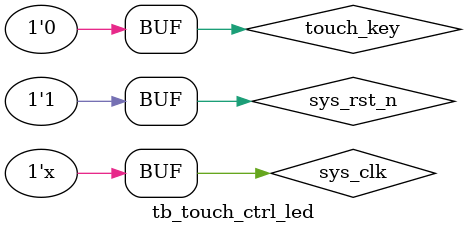
<source format=v>
`timescale  1ns/1ns

module  tb_touch_ctrl_led();

//********************************************************************//
//****************** Parameter and Internal Signal *******************//
//********************************************************************//
//wire  define
wire    led         ;

//reg   define
reg     sys_clk     ;
reg     sys_rst_n   ;
reg     touch_key   ;

//********************************************************************//
//***************************** Main Code ****************************//
//********************************************************************//
//sys_clk,sys_rst_n初始赋值，模拟触摸按键信号值
initial
    begin
        sys_clk       =   1'b1 ;
        sys_rst_n    <=   1'b0 ;
        touch_key    <=   1'b0 ;
        #200
        sys_rst_n    <=   1'b1 ;
        #200
        touch_key    <=   1'b1 ;
        #2000
        touch_key    <=   1'b0 ;
        #1000
        touch_key    <=   1'b1 ;
        #3000
        touch_key    <=   1'b0 ;
    end

//clk：产生时钟
always  #10 sys_clk = ~sys_clk ;

//********************************************************************//
//*************************** Instantiation **************************//
//********************************************************************//
//------------- touch_ctrl_led_inst -------------
touch_ctrl_led    touch_ctrl_led_inst
(
    .sys_clk    (sys_clk    ),  //系统时钟，频率50MHz
    .sys_rst_n  (sys_rst_n  ),  //复位信号，低电平有效
    .touch_key  (touch_key  ),  //触摸按键信号

    .led        (led        )   //led输出信号
);

endmodule


</source>
